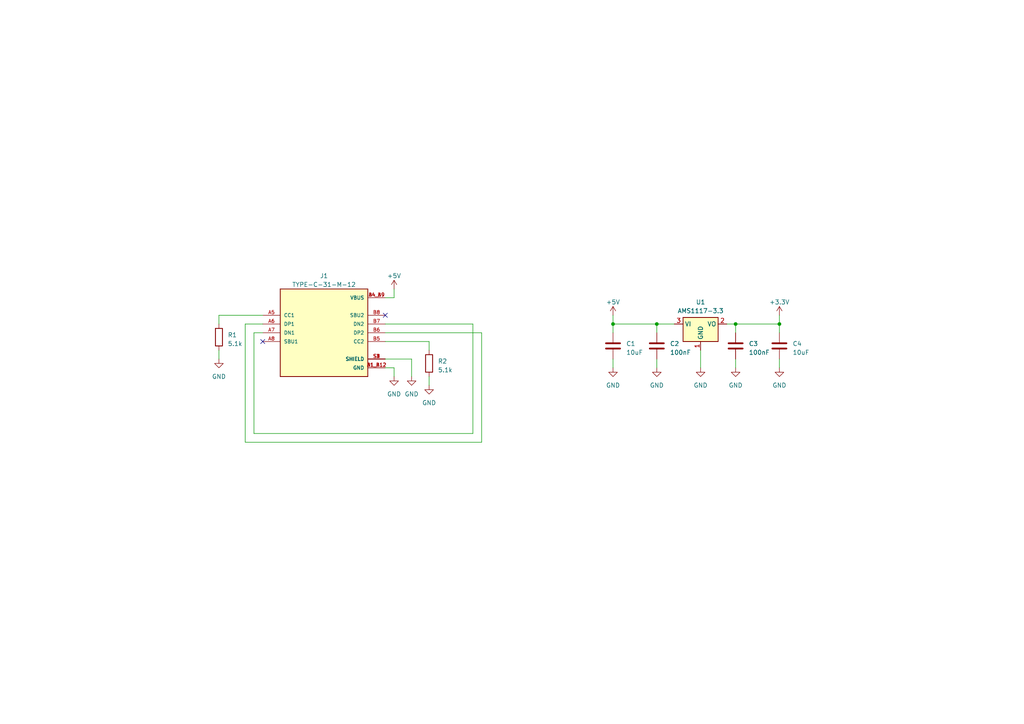
<source format=kicad_sch>
(kicad_sch (version 20230121) (generator eeschema)

  (uuid 40ab77a9-2b9a-44e1-be7b-2a99a31b9677)

  (paper "A4")

  (title_block
    (title "ISSptr")
    (date "July 2024")
    (rev "v1")
  )

  (lib_symbols
    (symbol "Device:C" (pin_numbers hide) (pin_names (offset 0.254)) (in_bom yes) (on_board yes)
      (property "Reference" "C" (at 0.635 2.54 0)
        (effects (font (size 1.27 1.27)) (justify left))
      )
      (property "Value" "C" (at 0.635 -2.54 0)
        (effects (font (size 1.27 1.27)) (justify left))
      )
      (property "Footprint" "" (at 0.9652 -3.81 0)
        (effects (font (size 1.27 1.27)) hide)
      )
      (property "Datasheet" "~" (at 0 0 0)
        (effects (font (size 1.27 1.27)) hide)
      )
      (property "ki_keywords" "cap capacitor" (at 0 0 0)
        (effects (font (size 1.27 1.27)) hide)
      )
      (property "ki_description" "Unpolarized capacitor" (at 0 0 0)
        (effects (font (size 1.27 1.27)) hide)
      )
      (property "ki_fp_filters" "C_*" (at 0 0 0)
        (effects (font (size 1.27 1.27)) hide)
      )
      (symbol "C_0_1"
        (polyline
          (pts
            (xy -2.032 -0.762)
            (xy 2.032 -0.762)
          )
          (stroke (width 0.508) (type default))
          (fill (type none))
        )
        (polyline
          (pts
            (xy -2.032 0.762)
            (xy 2.032 0.762)
          )
          (stroke (width 0.508) (type default))
          (fill (type none))
        )
      )
      (symbol "C_1_1"
        (pin passive line (at 0 3.81 270) (length 2.794)
          (name "~" (effects (font (size 1.27 1.27))))
          (number "1" (effects (font (size 1.27 1.27))))
        )
        (pin passive line (at 0 -3.81 90) (length 2.794)
          (name "~" (effects (font (size 1.27 1.27))))
          (number "2" (effects (font (size 1.27 1.27))))
        )
      )
    )
    (symbol "Device:R" (pin_numbers hide) (pin_names (offset 0)) (in_bom yes) (on_board yes)
      (property "Reference" "R" (at 2.032 0 90)
        (effects (font (size 1.27 1.27)))
      )
      (property "Value" "R" (at 0 0 90)
        (effects (font (size 1.27 1.27)))
      )
      (property "Footprint" "" (at -1.778 0 90)
        (effects (font (size 1.27 1.27)) hide)
      )
      (property "Datasheet" "~" (at 0 0 0)
        (effects (font (size 1.27 1.27)) hide)
      )
      (property "ki_keywords" "R res resistor" (at 0 0 0)
        (effects (font (size 1.27 1.27)) hide)
      )
      (property "ki_description" "Resistor" (at 0 0 0)
        (effects (font (size 1.27 1.27)) hide)
      )
      (property "ki_fp_filters" "R_*" (at 0 0 0)
        (effects (font (size 1.27 1.27)) hide)
      )
      (symbol "R_0_1"
        (rectangle (start -1.016 -2.54) (end 1.016 2.54)
          (stroke (width 0.254) (type default))
          (fill (type none))
        )
      )
      (symbol "R_1_1"
        (pin passive line (at 0 3.81 270) (length 1.27)
          (name "~" (effects (font (size 1.27 1.27))))
          (number "1" (effects (font (size 1.27 1.27))))
        )
        (pin passive line (at 0 -3.81 90) (length 1.27)
          (name "~" (effects (font (size 1.27 1.27))))
          (number "2" (effects (font (size 1.27 1.27))))
        )
      )
    )
    (symbol "Regulator_Linear:AMS1117-3.3" (in_bom yes) (on_board yes)
      (property "Reference" "U" (at -3.81 3.175 0)
        (effects (font (size 1.27 1.27)))
      )
      (property "Value" "AMS1117-3.3" (at 0 3.175 0)
        (effects (font (size 1.27 1.27)) (justify left))
      )
      (property "Footprint" "Package_TO_SOT_SMD:SOT-223-3_TabPin2" (at 0 5.08 0)
        (effects (font (size 1.27 1.27)) hide)
      )
      (property "Datasheet" "http://www.advanced-monolithic.com/pdf/ds1117.pdf" (at 2.54 -6.35 0)
        (effects (font (size 1.27 1.27)) hide)
      )
      (property "ki_keywords" "linear regulator ldo fixed positive" (at 0 0 0)
        (effects (font (size 1.27 1.27)) hide)
      )
      (property "ki_description" "1A Low Dropout regulator, positive, 3.3V fixed output, SOT-223" (at 0 0 0)
        (effects (font (size 1.27 1.27)) hide)
      )
      (property "ki_fp_filters" "SOT?223*TabPin2*" (at 0 0 0)
        (effects (font (size 1.27 1.27)) hide)
      )
      (symbol "AMS1117-3.3_0_1"
        (rectangle (start -5.08 -5.08) (end 5.08 1.905)
          (stroke (width 0.254) (type default))
          (fill (type background))
        )
      )
      (symbol "AMS1117-3.3_1_1"
        (pin power_in line (at 0 -7.62 90) (length 2.54)
          (name "GND" (effects (font (size 1.27 1.27))))
          (number "1" (effects (font (size 1.27 1.27))))
        )
        (pin power_out line (at 7.62 0 180) (length 2.54)
          (name "VO" (effects (font (size 1.27 1.27))))
          (number "2" (effects (font (size 1.27 1.27))))
        )
        (pin power_in line (at -7.62 0 0) (length 2.54)
          (name "VI" (effects (font (size 1.27 1.27))))
          (number "3" (effects (font (size 1.27 1.27))))
        )
      )
    )
    (symbol "TYPE-C-31-M-12:TYPE-C-31-M-12" (pin_names (offset 1.016)) (in_bom yes) (on_board yes)
      (property "Reference" "J" (at -12.7 13.462 0)
        (effects (font (size 1.27 1.27)) (justify left bottom))
      )
      (property "Value" "TYPE-C-31-M-12" (at -12.7 -13.462 0)
        (effects (font (size 1.27 1.27)) (justify left top))
      )
      (property "Footprint" "TYPE-C-31-M-12:HRO_TYPE-C-31-M-12" (at 0 0 0)
        (effects (font (size 1.27 1.27)) (justify bottom) hide)
      )
      (property "Datasheet" "" (at 0 0 0)
        (effects (font (size 1.27 1.27)) hide)
      )
      (property "MF" "HRO Electronics Co., Ltd." (at 0 0 0)
        (effects (font (size 1.27 1.27)) (justify bottom) hide)
      )
      (property "MAXIMUM_PACKAGE_HEIGHT" "3.26 mm" (at 0 0 0)
        (effects (font (size 1.27 1.27)) (justify bottom) hide)
      )
      (property "Package" "Package" (at 0 0 0)
        (effects (font (size 1.27 1.27)) (justify bottom) hide)
      )
      (property "Price" "None" (at 0 0 0)
        (effects (font (size 1.27 1.27)) (justify bottom) hide)
      )
      (property "Check_prices" "https://www.snapeda.com/parts/TYPE-C-31-M-12/HRO+Electronics+Co.%252C+Ltd./view-part/?ref=eda" (at 0 0 0)
        (effects (font (size 1.27 1.27)) (justify bottom) hide)
      )
      (property "STANDARD" "Manufacturer Recommendations" (at 0 0 0)
        (effects (font (size 1.27 1.27)) (justify bottom) hide)
      )
      (property "PARTREV" "2020.12.08" (at 0 0 0)
        (effects (font (size 1.27 1.27)) (justify bottom) hide)
      )
      (property "SnapEDA_Link" "https://www.snapeda.com/parts/TYPE-C-31-M-12/HRO+Electronics+Co.%252C+Ltd./view-part/?ref=snap" (at 0 0 0)
        (effects (font (size 1.27 1.27)) (justify bottom) hide)
      )
      (property "MP" "TYPE-C-31-M-12" (at 0 0 0)
        (effects (font (size 1.27 1.27)) (justify bottom) hide)
      )
      (property "Description" "\nUSB Connectors 24 Receptacle 1 8.94*7.3mm RoHS\n" (at 0 0 0)
        (effects (font (size 1.27 1.27)) (justify bottom) hide)
      )
      (property "SNAPEDA_PN" "TYPE-C-31-M-12" (at 0 0 0)
        (effects (font (size 1.27 1.27)) (justify bottom) hide)
      )
      (property "Availability" "Not in stock" (at 0 0 0)
        (effects (font (size 1.27 1.27)) (justify bottom) hide)
      )
      (property "MANUFACTURER" "HRO Electronics Co., Ltd." (at 0 0 0)
        (effects (font (size 1.27 1.27)) (justify bottom) hide)
      )
      (symbol "TYPE-C-31-M-12_0_0"
        (rectangle (start -12.7 -12.7) (end 12.7 12.7)
          (stroke (width 0.254) (type default))
          (fill (type background))
        )
        (pin power_in line (at 17.78 -10.16 180) (length 5.08)
          (name "GND" (effects (font (size 1.016 1.016))))
          (number "A1_B12" (effects (font (size 1.016 1.016))))
        )
        (pin power_in line (at 17.78 10.16 180) (length 5.08)
          (name "VBUS" (effects (font (size 1.016 1.016))))
          (number "A4_B9" (effects (font (size 1.016 1.016))))
        )
        (pin bidirectional line (at -17.78 5.08 0) (length 5.08)
          (name "CC1" (effects (font (size 1.016 1.016))))
          (number "A5" (effects (font (size 1.016 1.016))))
        )
        (pin bidirectional line (at -17.78 2.54 0) (length 5.08)
          (name "DP1" (effects (font (size 1.016 1.016))))
          (number "A6" (effects (font (size 1.016 1.016))))
        )
        (pin bidirectional line (at -17.78 0 0) (length 5.08)
          (name "DN1" (effects (font (size 1.016 1.016))))
          (number "A7" (effects (font (size 1.016 1.016))))
        )
        (pin bidirectional line (at -17.78 -2.54 0) (length 5.08)
          (name "SBU1" (effects (font (size 1.016 1.016))))
          (number "A8" (effects (font (size 1.016 1.016))))
        )
        (pin power_in line (at 17.78 -10.16 180) (length 5.08)
          (name "GND" (effects (font (size 1.016 1.016))))
          (number "B1_A12" (effects (font (size 1.016 1.016))))
        )
        (pin power_in line (at 17.78 10.16 180) (length 5.08)
          (name "VBUS" (effects (font (size 1.016 1.016))))
          (number "B4_A9" (effects (font (size 1.016 1.016))))
        )
        (pin bidirectional line (at 17.78 -2.54 180) (length 5.08)
          (name "CC2" (effects (font (size 1.016 1.016))))
          (number "B5" (effects (font (size 1.016 1.016))))
        )
        (pin bidirectional line (at 17.78 0 180) (length 5.08)
          (name "DP2" (effects (font (size 1.016 1.016))))
          (number "B6" (effects (font (size 1.016 1.016))))
        )
        (pin bidirectional line (at 17.78 2.54 180) (length 5.08)
          (name "DN2" (effects (font (size 1.016 1.016))))
          (number "B7" (effects (font (size 1.016 1.016))))
        )
        (pin bidirectional line (at 17.78 5.08 180) (length 5.08)
          (name "SBU2" (effects (font (size 1.016 1.016))))
          (number "B8" (effects (font (size 1.016 1.016))))
        )
        (pin passive line (at 17.78 -7.62 180) (length 5.08)
          (name "SHIELD" (effects (font (size 1.016 1.016))))
          (number "S1" (effects (font (size 1.016 1.016))))
        )
        (pin passive line (at 17.78 -7.62 180) (length 5.08)
          (name "SHIELD" (effects (font (size 1.016 1.016))))
          (number "S2" (effects (font (size 1.016 1.016))))
        )
        (pin passive line (at 17.78 -7.62 180) (length 5.08)
          (name "SHIELD" (effects (font (size 1.016 1.016))))
          (number "S3" (effects (font (size 1.016 1.016))))
        )
        (pin passive line (at 17.78 -7.62 180) (length 5.08)
          (name "SHIELD" (effects (font (size 1.016 1.016))))
          (number "S4" (effects (font (size 1.016 1.016))))
        )
      )
    )
    (symbol "power:+3.3V" (power) (pin_names (offset 0)) (in_bom yes) (on_board yes)
      (property "Reference" "#PWR" (at 0 -3.81 0)
        (effects (font (size 1.27 1.27)) hide)
      )
      (property "Value" "+3.3V" (at 0 3.556 0)
        (effects (font (size 1.27 1.27)))
      )
      (property "Footprint" "" (at 0 0 0)
        (effects (font (size 1.27 1.27)) hide)
      )
      (property "Datasheet" "" (at 0 0 0)
        (effects (font (size 1.27 1.27)) hide)
      )
      (property "ki_keywords" "global power" (at 0 0 0)
        (effects (font (size 1.27 1.27)) hide)
      )
      (property "ki_description" "Power symbol creates a global label with name \"+3.3V\"" (at 0 0 0)
        (effects (font (size 1.27 1.27)) hide)
      )
      (symbol "+3.3V_0_1"
        (polyline
          (pts
            (xy -0.762 1.27)
            (xy 0 2.54)
          )
          (stroke (width 0) (type default))
          (fill (type none))
        )
        (polyline
          (pts
            (xy 0 0)
            (xy 0 2.54)
          )
          (stroke (width 0) (type default))
          (fill (type none))
        )
        (polyline
          (pts
            (xy 0 2.54)
            (xy 0.762 1.27)
          )
          (stroke (width 0) (type default))
          (fill (type none))
        )
      )
      (symbol "+3.3V_1_1"
        (pin power_in line (at 0 0 90) (length 0) hide
          (name "+3.3V" (effects (font (size 1.27 1.27))))
          (number "1" (effects (font (size 1.27 1.27))))
        )
      )
    )
    (symbol "power:+5V" (power) (pin_names (offset 0)) (in_bom yes) (on_board yes)
      (property "Reference" "#PWR" (at 0 -3.81 0)
        (effects (font (size 1.27 1.27)) hide)
      )
      (property "Value" "+5V" (at 0 3.556 0)
        (effects (font (size 1.27 1.27)))
      )
      (property "Footprint" "" (at 0 0 0)
        (effects (font (size 1.27 1.27)) hide)
      )
      (property "Datasheet" "" (at 0 0 0)
        (effects (font (size 1.27 1.27)) hide)
      )
      (property "ki_keywords" "global power" (at 0 0 0)
        (effects (font (size 1.27 1.27)) hide)
      )
      (property "ki_description" "Power symbol creates a global label with name \"+5V\"" (at 0 0 0)
        (effects (font (size 1.27 1.27)) hide)
      )
      (symbol "+5V_0_1"
        (polyline
          (pts
            (xy -0.762 1.27)
            (xy 0 2.54)
          )
          (stroke (width 0) (type default))
          (fill (type none))
        )
        (polyline
          (pts
            (xy 0 0)
            (xy 0 2.54)
          )
          (stroke (width 0) (type default))
          (fill (type none))
        )
        (polyline
          (pts
            (xy 0 2.54)
            (xy 0.762 1.27)
          )
          (stroke (width 0) (type default))
          (fill (type none))
        )
      )
      (symbol "+5V_1_1"
        (pin power_in line (at 0 0 90) (length 0) hide
          (name "+5V" (effects (font (size 1.27 1.27))))
          (number "1" (effects (font (size 1.27 1.27))))
        )
      )
    )
    (symbol "power:GND" (power) (pin_names (offset 0)) (in_bom yes) (on_board yes)
      (property "Reference" "#PWR" (at 0 -6.35 0)
        (effects (font (size 1.27 1.27)) hide)
      )
      (property "Value" "GND" (at 0 -3.81 0)
        (effects (font (size 1.27 1.27)))
      )
      (property "Footprint" "" (at 0 0 0)
        (effects (font (size 1.27 1.27)) hide)
      )
      (property "Datasheet" "" (at 0 0 0)
        (effects (font (size 1.27 1.27)) hide)
      )
      (property "ki_keywords" "global power" (at 0 0 0)
        (effects (font (size 1.27 1.27)) hide)
      )
      (property "ki_description" "Power symbol creates a global label with name \"GND\" , ground" (at 0 0 0)
        (effects (font (size 1.27 1.27)) hide)
      )
      (symbol "GND_0_1"
        (polyline
          (pts
            (xy 0 0)
            (xy 0 -1.27)
            (xy 1.27 -1.27)
            (xy 0 -2.54)
            (xy -1.27 -1.27)
            (xy 0 -1.27)
          )
          (stroke (width 0) (type default))
          (fill (type none))
        )
      )
      (symbol "GND_1_1"
        (pin power_in line (at 0 0 270) (length 0) hide
          (name "GND" (effects (font (size 1.27 1.27))))
          (number "1" (effects (font (size 1.27 1.27))))
        )
      )
    )
  )

  (junction (at 177.8 93.98) (diameter 0) (color 0 0 0 0)
    (uuid 08dceb35-17e7-4c90-af4c-eecdfd4b75a1)
  )
  (junction (at 226.06 93.98) (diameter 0) (color 0 0 0 0)
    (uuid 37091902-ca83-4545-bb25-5ab13d7274ef)
  )
  (junction (at 190.5 93.98) (diameter 0) (color 0 0 0 0)
    (uuid 5dd7e839-88de-4aee-95d4-060fa879bfb5)
  )
  (junction (at 213.36 93.98) (diameter 0) (color 0 0 0 0)
    (uuid d055e24f-8df1-4942-971d-72ea67a5d623)
  )

  (no_connect (at 111.76 91.44) (uuid 4c0c7d5a-35cf-4495-9490-330727ec14ca))
  (no_connect (at 76.2 99.06) (uuid a642d0bf-4143-429a-9142-9d657faf13f8))

  (wire (pts (xy 190.5 93.98) (xy 190.5 96.52))
    (stroke (width 0) (type default))
    (uuid 0036b7d6-9e6d-4c64-9030-abd6917e6b12)
  )
  (wire (pts (xy 177.8 104.14) (xy 177.8 106.68))
    (stroke (width 0) (type default))
    (uuid 019b2ef9-1c32-407d-9fc0-50404dea8cf8)
  )
  (wire (pts (xy 190.5 93.98) (xy 195.58 93.98))
    (stroke (width 0) (type default))
    (uuid 0cdafbfe-fd71-42f8-9b67-c4b510abd72d)
  )
  (wire (pts (xy 137.16 125.73) (xy 73.66 125.73))
    (stroke (width 0) (type default))
    (uuid 0ee67a79-cd5f-4359-ab9b-cc972597ecee)
  )
  (wire (pts (xy 124.46 109.22) (xy 124.46 111.76))
    (stroke (width 0) (type default))
    (uuid 15aac41b-6544-46c4-a92c-b4624742d447)
  )
  (wire (pts (xy 213.36 93.98) (xy 213.36 96.52))
    (stroke (width 0) (type default))
    (uuid 17225a69-6b33-427c-9ecf-634efc6eb19e)
  )
  (wire (pts (xy 190.5 104.14) (xy 190.5 106.68))
    (stroke (width 0) (type default))
    (uuid 1a1a08d8-a0ea-48c4-a912-e26b4d7b3030)
  )
  (wire (pts (xy 139.7 96.52) (xy 111.76 96.52))
    (stroke (width 0) (type default))
    (uuid 35ba530e-dde2-4035-9c6c-6073f6a31f24)
  )
  (wire (pts (xy 177.8 96.52) (xy 177.8 93.98))
    (stroke (width 0) (type default))
    (uuid 388d4860-5acd-4945-a017-fdf82ea319d0)
  )
  (wire (pts (xy 226.06 91.44) (xy 226.06 93.98))
    (stroke (width 0) (type default))
    (uuid 4617e128-a52d-4770-95be-2c28af190986)
  )
  (wire (pts (xy 76.2 93.98) (xy 71.12 93.98))
    (stroke (width 0) (type default))
    (uuid 498983a5-b208-4a68-b350-cafbde51b880)
  )
  (wire (pts (xy 119.38 104.14) (xy 111.76 104.14))
    (stroke (width 0) (type default))
    (uuid 4fa2c413-05d8-411b-8afe-a7e3d0a405c6)
  )
  (wire (pts (xy 177.8 93.98) (xy 190.5 93.98))
    (stroke (width 0) (type default))
    (uuid 5399b3cc-6947-4a76-a0df-042708a6b892)
  )
  (wire (pts (xy 73.66 125.73) (xy 73.66 96.52))
    (stroke (width 0) (type default))
    (uuid 53dae533-b677-4932-96c4-1a9a9dabf22a)
  )
  (wire (pts (xy 73.66 96.52) (xy 76.2 96.52))
    (stroke (width 0) (type default))
    (uuid 5b99ecde-e10f-4807-aac0-4dea8ba8535b)
  )
  (wire (pts (xy 111.76 93.98) (xy 137.16 93.98))
    (stroke (width 0) (type default))
    (uuid 66b99a77-7b2b-4234-98b4-fcbda65b0bb7)
  )
  (wire (pts (xy 114.3 86.36) (xy 111.76 86.36))
    (stroke (width 0) (type default))
    (uuid 6cdb0616-4b56-4b78-ab9d-bc92ccd261ca)
  )
  (wire (pts (xy 203.2 101.6) (xy 203.2 106.68))
    (stroke (width 0) (type default))
    (uuid 6fa1d50d-0404-4f03-ab52-e75cfeb0f84f)
  )
  (wire (pts (xy 226.06 104.14) (xy 226.06 106.68))
    (stroke (width 0) (type default))
    (uuid 73c0f72a-9900-4665-b39a-9d248d974965)
  )
  (wire (pts (xy 71.12 93.98) (xy 71.12 128.27))
    (stroke (width 0) (type default))
    (uuid 7629a5b5-936f-47c4-a7ad-63972f29d65e)
  )
  (wire (pts (xy 71.12 128.27) (xy 139.7 128.27))
    (stroke (width 0) (type default))
    (uuid 806bab6a-c9bc-48b3-ae64-b0ffe605b06e)
  )
  (wire (pts (xy 114.3 106.68) (xy 111.76 106.68))
    (stroke (width 0) (type default))
    (uuid 86d37a68-1803-47d7-9738-d33746147852)
  )
  (wire (pts (xy 114.3 83.82) (xy 114.3 86.36))
    (stroke (width 0) (type default))
    (uuid 86e4aa3e-cb35-472e-85d6-c23feedfef3c)
  )
  (wire (pts (xy 226.06 96.52) (xy 226.06 93.98))
    (stroke (width 0) (type default))
    (uuid 9561eb79-7f0d-4f17-b493-e790538687c6)
  )
  (wire (pts (xy 213.36 104.14) (xy 213.36 106.68))
    (stroke (width 0) (type default))
    (uuid 95b0680a-6eee-426e-a346-c2f8284436a1)
  )
  (wire (pts (xy 63.5 101.6) (xy 63.5 104.14))
    (stroke (width 0) (type default))
    (uuid 9cbdc48d-7695-4b67-8e28-44e69a1137c7)
  )
  (wire (pts (xy 226.06 93.98) (xy 213.36 93.98))
    (stroke (width 0) (type default))
    (uuid 9e381a9c-e2b5-477f-bac7-d8bd003d97ac)
  )
  (wire (pts (xy 139.7 128.27) (xy 139.7 96.52))
    (stroke (width 0) (type default))
    (uuid 9f700861-2dc9-45c3-940b-38e5cf3e85cc)
  )
  (wire (pts (xy 213.36 93.98) (xy 210.82 93.98))
    (stroke (width 0) (type default))
    (uuid a6f3b6e4-0733-44b7-8ba4-420ffad0182a)
  )
  (wire (pts (xy 63.5 91.44) (xy 63.5 93.98))
    (stroke (width 0) (type default))
    (uuid b1e9025e-7620-458f-90f6-b53bbad09ac1)
  )
  (wire (pts (xy 119.38 109.22) (xy 119.38 104.14))
    (stroke (width 0) (type default))
    (uuid b6ad3498-bff8-4517-b39d-8657bd222b74)
  )
  (wire (pts (xy 137.16 93.98) (xy 137.16 125.73))
    (stroke (width 0) (type default))
    (uuid b8bb1967-bbab-4e85-a79c-ba5b184c9b32)
  )
  (wire (pts (xy 124.46 99.06) (xy 111.76 99.06))
    (stroke (width 0) (type default))
    (uuid c54c1ff0-5700-4ce8-a6d9-05769eaa41fd)
  )
  (wire (pts (xy 124.46 101.6) (xy 124.46 99.06))
    (stroke (width 0) (type default))
    (uuid d3eaddc5-510a-4e4a-8dd3-e6e1d177323d)
  )
  (wire (pts (xy 76.2 91.44) (xy 63.5 91.44))
    (stroke (width 0) (type default))
    (uuid eb1e2b32-7a49-4ade-85e8-380373d3eff2)
  )
  (wire (pts (xy 114.3 109.22) (xy 114.3 106.68))
    (stroke (width 0) (type default))
    (uuid ed5a677c-27e8-41c7-a049-b551841594e6)
  )
  (wire (pts (xy 177.8 91.44) (xy 177.8 93.98))
    (stroke (width 0) (type default))
    (uuid ffcbbd29-726b-4111-8802-0797767ceecc)
  )

  (symbol (lib_id "Device:C") (at 190.5 100.33 0) (unit 1)
    (in_bom yes) (on_board yes) (dnp no) (fields_autoplaced)
    (uuid 02c91b38-2b51-4418-9b09-d25dd90a2b4a)
    (property "Reference" "C2" (at 194.31 99.695 0)
      (effects (font (size 1.27 1.27)) (justify left))
    )
    (property "Value" "100nF" (at 194.31 102.235 0)
      (effects (font (size 1.27 1.27)) (justify left))
    )
    (property "Footprint" "Capacitor_SMD:C_0603_1608Metric" (at 191.4652 104.14 0)
      (effects (font (size 1.27 1.27)) hide)
    )
    (property "Datasheet" "~" (at 190.5 100.33 0)
      (effects (font (size 1.27 1.27)) hide)
    )
    (property "LCSC" "C1591" (at 190.5 100.33 0)
      (effects (font (size 1.27 1.27)) hide)
    )
    (pin "1" (uuid f2b9dea1-667d-47ff-a462-f7d74d7c7e24))
    (pin "2" (uuid e7befde5-060f-4ffd-b66b-eafd2b7151bf))
    (instances
      (project "ISSptr"
        (path "/c978750c-b285-44b2-8d41-37a456977bcd/dcaee2ef-54e3-49e6-b4b9-4c41b518fa80"
          (reference "C2") (unit 1)
        )
      )
    )
  )

  (symbol (lib_id "power:+3.3V") (at 226.06 91.44 0) (unit 1)
    (in_bom yes) (on_board yes) (dnp no) (fields_autoplaced)
    (uuid 092b0237-780f-4837-8fef-005b290c0f1a)
    (property "Reference" "#PWR012" (at 226.06 95.25 0)
      (effects (font (size 1.27 1.27)) hide)
    )
    (property "Value" "+3.3V" (at 226.06 87.63 0)
      (effects (font (size 1.27 1.27)))
    )
    (property "Footprint" "" (at 226.06 91.44 0)
      (effects (font (size 1.27 1.27)) hide)
    )
    (property "Datasheet" "" (at 226.06 91.44 0)
      (effects (font (size 1.27 1.27)) hide)
    )
    (pin "1" (uuid 93a1704e-2672-48d2-ad66-b3324c68cabf))
    (instances
      (project "ISSptr"
        (path "/c978750c-b285-44b2-8d41-37a456977bcd/dcaee2ef-54e3-49e6-b4b9-4c41b518fa80"
          (reference "#PWR012") (unit 1)
        )
      )
    )
  )

  (symbol (lib_id "Device:R") (at 124.46 105.41 0) (unit 1)
    (in_bom yes) (on_board yes) (dnp no) (fields_autoplaced)
    (uuid 0ad98478-f8af-4e14-beea-7fa4533a6a41)
    (property "Reference" "R2" (at 127 104.775 0)
      (effects (font (size 1.27 1.27)) (justify left))
    )
    (property "Value" "5.1k" (at 127 107.315 0)
      (effects (font (size 1.27 1.27)) (justify left))
    )
    (property "Footprint" "Resistor_SMD:R_0603_1608Metric" (at 122.682 105.41 90)
      (effects (font (size 1.27 1.27)) hide)
    )
    (property "Datasheet" "~" (at 124.46 105.41 0)
      (effects (font (size 1.27 1.27)) hide)
    )
    (property "LCSC" "C23186" (at 124.46 105.41 0)
      (effects (font (size 1.27 1.27)) hide)
    )
    (pin "1" (uuid 0d163084-c904-4705-8795-61a8d4083e14))
    (pin "2" (uuid de9e35a0-3d13-4cc9-951d-2a7357a863b7))
    (instances
      (project "ISSptr"
        (path "/c978750c-b285-44b2-8d41-37a456977bcd/dcaee2ef-54e3-49e6-b4b9-4c41b518fa80"
          (reference "R2") (unit 1)
        )
      )
    )
  )

  (symbol (lib_id "power:GND") (at 213.36 106.68 0) (unit 1)
    (in_bom yes) (on_board yes) (dnp no) (fields_autoplaced)
    (uuid 18147a9d-e3fa-48cf-9a0a-3067abaddd3e)
    (property "Reference" "#PWR010" (at 213.36 113.03 0)
      (effects (font (size 1.27 1.27)) hide)
    )
    (property "Value" "GND" (at 213.36 111.76 0)
      (effects (font (size 1.27 1.27)))
    )
    (property "Footprint" "" (at 213.36 106.68 0)
      (effects (font (size 1.27 1.27)) hide)
    )
    (property "Datasheet" "" (at 213.36 106.68 0)
      (effects (font (size 1.27 1.27)) hide)
    )
    (pin "1" (uuid 675fbf10-e3d1-4d52-be45-76e723fa93dc))
    (instances
      (project "ISSptr"
        (path "/c978750c-b285-44b2-8d41-37a456977bcd/dcaee2ef-54e3-49e6-b4b9-4c41b518fa80"
          (reference "#PWR010") (unit 1)
        )
      )
    )
  )

  (symbol (lib_id "power:+5V") (at 177.8 91.44 0) (unit 1)
    (in_bom yes) (on_board yes) (dnp no) (fields_autoplaced)
    (uuid 1dd57547-1c62-4b35-aaac-cbd4d47e8e1e)
    (property "Reference" "#PWR09" (at 177.8 95.25 0)
      (effects (font (size 1.27 1.27)) hide)
    )
    (property "Value" "+5V" (at 177.8 87.63 0)
      (effects (font (size 1.27 1.27)))
    )
    (property "Footprint" "" (at 177.8 91.44 0)
      (effects (font (size 1.27 1.27)) hide)
    )
    (property "Datasheet" "" (at 177.8 91.44 0)
      (effects (font (size 1.27 1.27)) hide)
    )
    (pin "1" (uuid 8f5f5d40-05e7-41af-97fd-282a75a102ec))
    (instances
      (project "ISSptr"
        (path "/c978750c-b285-44b2-8d41-37a456977bcd/dcaee2ef-54e3-49e6-b4b9-4c41b518fa80"
          (reference "#PWR09") (unit 1)
        )
      )
    )
  )

  (symbol (lib_id "power:GND") (at 177.8 106.68 0) (unit 1)
    (in_bom yes) (on_board yes) (dnp no) (fields_autoplaced)
    (uuid 4f69674d-b3ef-4db6-ae35-6031b21b8c70)
    (property "Reference" "#PWR08" (at 177.8 113.03 0)
      (effects (font (size 1.27 1.27)) hide)
    )
    (property "Value" "GND" (at 177.8 111.76 0)
      (effects (font (size 1.27 1.27)))
    )
    (property "Footprint" "" (at 177.8 106.68 0)
      (effects (font (size 1.27 1.27)) hide)
    )
    (property "Datasheet" "" (at 177.8 106.68 0)
      (effects (font (size 1.27 1.27)) hide)
    )
    (pin "1" (uuid 361f2de2-9509-4e97-a90b-239e94b1229c))
    (instances
      (project "ISSptr"
        (path "/c978750c-b285-44b2-8d41-37a456977bcd/dcaee2ef-54e3-49e6-b4b9-4c41b518fa80"
          (reference "#PWR08") (unit 1)
        )
      )
    )
  )

  (symbol (lib_id "power:GND") (at 190.5 106.68 0) (unit 1)
    (in_bom yes) (on_board yes) (dnp no) (fields_autoplaced)
    (uuid 5cc2e3d8-84d2-4a16-8c4d-3f733517bdf0)
    (property "Reference" "#PWR07" (at 190.5 113.03 0)
      (effects (font (size 1.27 1.27)) hide)
    )
    (property "Value" "GND" (at 190.5 111.76 0)
      (effects (font (size 1.27 1.27)))
    )
    (property "Footprint" "" (at 190.5 106.68 0)
      (effects (font (size 1.27 1.27)) hide)
    )
    (property "Datasheet" "" (at 190.5 106.68 0)
      (effects (font (size 1.27 1.27)) hide)
    )
    (pin "1" (uuid 94ffaa05-741d-4299-b702-ec88bb476e07))
    (instances
      (project "ISSptr"
        (path "/c978750c-b285-44b2-8d41-37a456977bcd/dcaee2ef-54e3-49e6-b4b9-4c41b518fa80"
          (reference "#PWR07") (unit 1)
        )
      )
    )
  )

  (symbol (lib_id "power:GND") (at 63.5 104.14 0) (unit 1)
    (in_bom yes) (on_board yes) (dnp no) (fields_autoplaced)
    (uuid 60cec6a4-6ca0-43c6-918a-70c8cc0ab27a)
    (property "Reference" "#PWR05" (at 63.5 110.49 0)
      (effects (font (size 1.27 1.27)) hide)
    )
    (property "Value" "GND" (at 63.5 109.22 0)
      (effects (font (size 1.27 1.27)))
    )
    (property "Footprint" "" (at 63.5 104.14 0)
      (effects (font (size 1.27 1.27)) hide)
    )
    (property "Datasheet" "" (at 63.5 104.14 0)
      (effects (font (size 1.27 1.27)) hide)
    )
    (pin "1" (uuid a3d8a91a-94f0-4109-8863-eb4d233288b5))
    (instances
      (project "ISSptr"
        (path "/c978750c-b285-44b2-8d41-37a456977bcd/dcaee2ef-54e3-49e6-b4b9-4c41b518fa80"
          (reference "#PWR05") (unit 1)
        )
      )
    )
  )

  (symbol (lib_id "Device:R") (at 63.5 97.79 0) (unit 1)
    (in_bom yes) (on_board yes) (dnp no) (fields_autoplaced)
    (uuid 6cc10c0f-0624-4869-beba-7660f009a811)
    (property "Reference" "R1" (at 66.04 97.155 0)
      (effects (font (size 1.27 1.27)) (justify left))
    )
    (property "Value" "5.1k" (at 66.04 99.695 0)
      (effects (font (size 1.27 1.27)) (justify left))
    )
    (property "Footprint" "Resistor_SMD:R_0603_1608Metric" (at 61.722 97.79 90)
      (effects (font (size 1.27 1.27)) hide)
    )
    (property "Datasheet" "~" (at 63.5 97.79 0)
      (effects (font (size 1.27 1.27)) hide)
    )
    (property "LCSC" "C23186" (at 63.5 97.79 0)
      (effects (font (size 1.27 1.27)) hide)
    )
    (pin "1" (uuid 0aaf9da4-25b9-40d8-9882-498f9afecfb7))
    (pin "2" (uuid e6b2acea-c665-439f-a24f-7b746f781a25))
    (instances
      (project "ISSptr"
        (path "/c978750c-b285-44b2-8d41-37a456977bcd/dcaee2ef-54e3-49e6-b4b9-4c41b518fa80"
          (reference "R1") (unit 1)
        )
      )
    )
  )

  (symbol (lib_id "power:GND") (at 119.38 109.22 0) (unit 1)
    (in_bom yes) (on_board yes) (dnp no) (fields_autoplaced)
    (uuid 76d567e2-7a96-4ee5-8b23-f93e9f5a751a)
    (property "Reference" "#PWR03" (at 119.38 115.57 0)
      (effects (font (size 1.27 1.27)) hide)
    )
    (property "Value" "GND" (at 119.38 114.3 0)
      (effects (font (size 1.27 1.27)))
    )
    (property "Footprint" "" (at 119.38 109.22 0)
      (effects (font (size 1.27 1.27)) hide)
    )
    (property "Datasheet" "" (at 119.38 109.22 0)
      (effects (font (size 1.27 1.27)) hide)
    )
    (pin "1" (uuid 84ae9836-e66a-4da6-aef3-b7fe4eaa514d))
    (instances
      (project "ISSptr"
        (path "/c978750c-b285-44b2-8d41-37a456977bcd/dcaee2ef-54e3-49e6-b4b9-4c41b518fa80"
          (reference "#PWR03") (unit 1)
        )
      )
    )
  )

  (symbol (lib_id "power:GND") (at 114.3 109.22 0) (unit 1)
    (in_bom yes) (on_board yes) (dnp no) (fields_autoplaced)
    (uuid 7ab40b8f-fa3e-4940-8a5f-3affb858d6b6)
    (property "Reference" "#PWR01" (at 114.3 115.57 0)
      (effects (font (size 1.27 1.27)) hide)
    )
    (property "Value" "GND" (at 114.3 114.3 0)
      (effects (font (size 1.27 1.27)))
    )
    (property "Footprint" "" (at 114.3 109.22 0)
      (effects (font (size 1.27 1.27)) hide)
    )
    (property "Datasheet" "" (at 114.3 109.22 0)
      (effects (font (size 1.27 1.27)) hide)
    )
    (pin "1" (uuid b41b23f9-684c-44f9-a207-b73cefd905f2))
    (instances
      (project "ISSptr"
        (path "/c978750c-b285-44b2-8d41-37a456977bcd/dcaee2ef-54e3-49e6-b4b9-4c41b518fa80"
          (reference "#PWR01") (unit 1)
        )
      )
    )
  )

  (symbol (lib_id "Regulator_Linear:AMS1117-3.3") (at 203.2 93.98 0) (unit 1)
    (in_bom yes) (on_board yes) (dnp no) (fields_autoplaced)
    (uuid 7ce80c8e-2e4e-4281-9db1-69fb2cca6968)
    (property "Reference" "U1" (at 203.2 87.63 0)
      (effects (font (size 1.27 1.27)))
    )
    (property "Value" "AMS1117-3.3" (at 203.2 90.17 0)
      (effects (font (size 1.27 1.27)))
    )
    (property "Footprint" "Package_TO_SOT_SMD:SOT-223-3_TabPin2" (at 203.2 88.9 0)
      (effects (font (size 1.27 1.27)) hide)
    )
    (property "Datasheet" "http://www.advanced-monolithic.com/pdf/ds1117.pdf" (at 205.74 100.33 0)
      (effects (font (size 1.27 1.27)) hide)
    )
    (property "LCSC" "C6186" (at 203.2 93.98 0)
      (effects (font (size 1.27 1.27)) hide)
    )
    (pin "1" (uuid 54cffa05-19b3-4b9b-a474-55f743852e1b))
    (pin "2" (uuid 0d1e922e-e18e-4395-ab0d-bf18fc7a7c81))
    (pin "3" (uuid 5746705a-76df-4ade-a416-967fa24711f2))
    (instances
      (project "ISSptr"
        (path "/c978750c-b285-44b2-8d41-37a456977bcd/dcaee2ef-54e3-49e6-b4b9-4c41b518fa80"
          (reference "U1") (unit 1)
        )
      )
    )
  )

  (symbol (lib_id "power:GND") (at 124.46 111.76 0) (unit 1)
    (in_bom yes) (on_board yes) (dnp no) (fields_autoplaced)
    (uuid 8092433a-94ee-4856-a2ea-5d7e36379894)
    (property "Reference" "#PWR04" (at 124.46 118.11 0)
      (effects (font (size 1.27 1.27)) hide)
    )
    (property "Value" "GND" (at 124.46 116.84 0)
      (effects (font (size 1.27 1.27)))
    )
    (property "Footprint" "" (at 124.46 111.76 0)
      (effects (font (size 1.27 1.27)) hide)
    )
    (property "Datasheet" "" (at 124.46 111.76 0)
      (effects (font (size 1.27 1.27)) hide)
    )
    (pin "1" (uuid 747e6308-652a-49af-99aa-95a18a9263f8))
    (instances
      (project "ISSptr"
        (path "/c978750c-b285-44b2-8d41-37a456977bcd/dcaee2ef-54e3-49e6-b4b9-4c41b518fa80"
          (reference "#PWR04") (unit 1)
        )
      )
    )
  )

  (symbol (lib_id "TYPE-C-31-M-12:TYPE-C-31-M-12") (at 93.98 96.52 0) (unit 1)
    (in_bom yes) (on_board yes) (dnp no) (fields_autoplaced)
    (uuid 964d25c2-d3a8-4dbd-8eb3-7d2754584fd3)
    (property "Reference" "J1" (at 93.98 80.01 0)
      (effects (font (size 1.27 1.27)))
    )
    (property "Value" "TYPE-C-31-M-12" (at 93.98 82.55 0)
      (effects (font (size 1.27 1.27)))
    )
    (property "Footprint" "TYPE-C-31-M-12:HRO_TYPE-C-31-M-12" (at 93.98 96.52 0)
      (effects (font (size 1.27 1.27)) (justify bottom) hide)
    )
    (property "Datasheet" "" (at 93.98 96.52 0)
      (effects (font (size 1.27 1.27)) hide)
    )
    (property "MF" "HRO Electronics Co., Ltd." (at 93.98 96.52 0)
      (effects (font (size 1.27 1.27)) (justify bottom) hide)
    )
    (property "MAXIMUM_PACKAGE_HEIGHT" "3.26 mm" (at 93.98 96.52 0)
      (effects (font (size 1.27 1.27)) (justify bottom) hide)
    )
    (property "Package" "Package" (at 93.98 96.52 0)
      (effects (font (size 1.27 1.27)) (justify bottom) hide)
    )
    (property "Price" "None" (at 93.98 96.52 0)
      (effects (font (size 1.27 1.27)) (justify bottom) hide)
    )
    (property "Check_prices" "https://www.snapeda.com/parts/TYPE-C-31-M-12/HRO+Electronics+Co.%252C+Ltd./view-part/?ref=eda" (at 93.98 96.52 0)
      (effects (font (size 1.27 1.27)) (justify bottom) hide)
    )
    (property "STANDARD" "Manufacturer Recommendations" (at 93.98 96.52 0)
      (effects (font (size 1.27 1.27)) (justify bottom) hide)
    )
    (property "PARTREV" "2020.12.08" (at 93.98 96.52 0)
      (effects (font (size 1.27 1.27)) (justify bottom) hide)
    )
    (property "SnapEDA_Link" "https://www.snapeda.com/parts/TYPE-C-31-M-12/HRO+Electronics+Co.%252C+Ltd./view-part/?ref=snap" (at 93.98 96.52 0)
      (effects (font (size 1.27 1.27)) (justify bottom) hide)
    )
    (property "MP" "TYPE-C-31-M-12" (at 93.98 96.52 0)
      (effects (font (size 1.27 1.27)) (justify bottom) hide)
    )
    (property "Description" "\nUSB Connectors 24 Receptacle 1 8.94*7.3mm RoHS\n" (at 93.98 96.52 0)
      (effects (font (size 1.27 1.27)) (justify bottom) hide)
    )
    (property "SNAPEDA_PN" "TYPE-C-31-M-12" (at 93.98 96.52 0)
      (effects (font (size 1.27 1.27)) (justify bottom) hide)
    )
    (property "Availability" "Not in stock" (at 93.98 96.52 0)
      (effects (font (size 1.27 1.27)) (justify bottom) hide)
    )
    (property "MANUFACTURER" "HRO Electronics Co., Ltd." (at 93.98 96.52 0)
      (effects (font (size 1.27 1.27)) (justify bottom) hide)
    )
    (property "LCSC" "C165948" (at 93.98 96.52 0)
      (effects (font (size 1.27 1.27)) hide)
    )
    (pin "A1_B12" (uuid acd3454f-3623-403b-8576-92abd21e0fc6))
    (pin "A4_B9" (uuid 500bacf5-0213-45c2-86dc-740ed8fe03f6))
    (pin "A5" (uuid 62733891-95d2-43ea-8625-bde99b1bcd97))
    (pin "A6" (uuid 6467ac82-bb06-467a-8494-4ada3b727c89))
    (pin "A7" (uuid a0a71ddb-8a8e-46be-b083-f88c460f627a))
    (pin "A8" (uuid ae5295ed-a3b6-4b2d-ad13-7c1533f36994))
    (pin "B1_A12" (uuid 1b908917-01e4-40eb-b435-2b5c5d47f081))
    (pin "B4_A9" (uuid 34d88af5-4d54-447c-aa6c-b96199eb29b6))
    (pin "B5" (uuid fdcb9376-7deb-48ed-860a-1d3fc9b86d26))
    (pin "B6" (uuid 72436061-f5c2-4dd9-bd5c-cead5756a907))
    (pin "B7" (uuid bb42e88d-67f8-404b-b922-0c31ac8e5b9f))
    (pin "B8" (uuid 8f1986f0-2f82-4514-aaef-2b187a1de35f))
    (pin "S1" (uuid e158ca7d-c353-4cec-9b01-e68d8452525f))
    (pin "S2" (uuid efac596d-06e4-4e76-94dc-4407cb07ea43))
    (pin "S3" (uuid 05c4de0e-9af7-4ac8-a575-9cff706b8e1d))
    (pin "S4" (uuid 8423899e-0a72-453c-8dc4-1abc434bd24c))
    (instances
      (project "ISSptr"
        (path "/c978750c-b285-44b2-8d41-37a456977bcd/dcaee2ef-54e3-49e6-b4b9-4c41b518fa80"
          (reference "J1") (unit 1)
        )
      )
    )
  )

  (symbol (lib_id "Device:C") (at 226.06 100.33 0) (unit 1)
    (in_bom yes) (on_board yes) (dnp no) (fields_autoplaced)
    (uuid a87dd56d-24a9-403d-b401-533437169b79)
    (property "Reference" "C4" (at 229.87 99.695 0)
      (effects (font (size 1.27 1.27)) (justify left))
    )
    (property "Value" "10uF" (at 229.87 102.235 0)
      (effects (font (size 1.27 1.27)) (justify left))
    )
    (property "Footprint" "Capacitor_SMD:C_0603_1608Metric" (at 227.0252 104.14 0)
      (effects (font (size 1.27 1.27)) hide)
    )
    (property "Datasheet" "~" (at 226.06 100.33 0)
      (effects (font (size 1.27 1.27)) hide)
    )
    (property "LCSC" "C19702" (at 226.06 100.33 0)
      (effects (font (size 1.27 1.27)) hide)
    )
    (pin "1" (uuid c12a314d-06de-43f7-9d32-ea6b0e564404))
    (pin "2" (uuid 7f7a69bf-c74d-45a2-acc0-187f659f8836))
    (instances
      (project "ISSptr"
        (path "/c978750c-b285-44b2-8d41-37a456977bcd/dcaee2ef-54e3-49e6-b4b9-4c41b518fa80"
          (reference "C4") (unit 1)
        )
      )
    )
  )

  (symbol (lib_id "power:GND") (at 203.2 106.68 0) (unit 1)
    (in_bom yes) (on_board yes) (dnp no) (fields_autoplaced)
    (uuid b75a064f-edbc-479f-845f-e5733f8e1e7a)
    (property "Reference" "#PWR06" (at 203.2 113.03 0)
      (effects (font (size 1.27 1.27)) hide)
    )
    (property "Value" "GND" (at 203.2 111.76 0)
      (effects (font (size 1.27 1.27)))
    )
    (property "Footprint" "" (at 203.2 106.68 0)
      (effects (font (size 1.27 1.27)) hide)
    )
    (property "Datasheet" "" (at 203.2 106.68 0)
      (effects (font (size 1.27 1.27)) hide)
    )
    (pin "1" (uuid 6d29d540-4aca-4386-869d-720185f73663))
    (instances
      (project "ISSptr"
        (path "/c978750c-b285-44b2-8d41-37a456977bcd/dcaee2ef-54e3-49e6-b4b9-4c41b518fa80"
          (reference "#PWR06") (unit 1)
        )
      )
    )
  )

  (symbol (lib_id "power:+5V") (at 114.3 83.82 0) (unit 1)
    (in_bom yes) (on_board yes) (dnp no) (fields_autoplaced)
    (uuid bf8c7c0b-ed62-4da0-8609-f8b4e5a96780)
    (property "Reference" "#PWR02" (at 114.3 87.63 0)
      (effects (font (size 1.27 1.27)) hide)
    )
    (property "Value" "+5V" (at 114.3 80.01 0)
      (effects (font (size 1.27 1.27)))
    )
    (property "Footprint" "" (at 114.3 83.82 0)
      (effects (font (size 1.27 1.27)) hide)
    )
    (property "Datasheet" "" (at 114.3 83.82 0)
      (effects (font (size 1.27 1.27)) hide)
    )
    (pin "1" (uuid cb105d06-45ef-4f20-8b75-8deb0fc0bc54))
    (instances
      (project "ISSptr"
        (path "/c978750c-b285-44b2-8d41-37a456977bcd/dcaee2ef-54e3-49e6-b4b9-4c41b518fa80"
          (reference "#PWR02") (unit 1)
        )
      )
    )
  )

  (symbol (lib_id "Device:C") (at 177.8 100.33 0) (unit 1)
    (in_bom yes) (on_board yes) (dnp no) (fields_autoplaced)
    (uuid d770ed85-5291-4f72-8cd0-535bab9df2dc)
    (property "Reference" "C1" (at 181.61 99.695 0)
      (effects (font (size 1.27 1.27)) (justify left))
    )
    (property "Value" "10uF" (at 181.61 102.235 0)
      (effects (font (size 1.27 1.27)) (justify left))
    )
    (property "Footprint" "Capacitor_SMD:C_0603_1608Metric" (at 178.7652 104.14 0)
      (effects (font (size 1.27 1.27)) hide)
    )
    (property "Datasheet" "~" (at 177.8 100.33 0)
      (effects (font (size 1.27 1.27)) hide)
    )
    (property "LCSC" "C19702" (at 177.8 100.33 0)
      (effects (font (size 1.27 1.27)) hide)
    )
    (pin "1" (uuid f15d916c-bd5b-4cda-abdc-3bb06111e697))
    (pin "2" (uuid 83ee6f84-ac2f-491d-a009-32be07d89a9c))
    (instances
      (project "ISSptr"
        (path "/c978750c-b285-44b2-8d41-37a456977bcd/dcaee2ef-54e3-49e6-b4b9-4c41b518fa80"
          (reference "C1") (unit 1)
        )
      )
    )
  )

  (symbol (lib_id "Device:C") (at 213.36 100.33 0) (unit 1)
    (in_bom yes) (on_board yes) (dnp no) (fields_autoplaced)
    (uuid eda97248-37b9-4de7-9330-85a214b6b308)
    (property "Reference" "C3" (at 217.17 99.695 0)
      (effects (font (size 1.27 1.27)) (justify left))
    )
    (property "Value" "100nF" (at 217.17 102.235 0)
      (effects (font (size 1.27 1.27)) (justify left))
    )
    (property "Footprint" "Capacitor_SMD:C_0603_1608Metric" (at 214.3252 104.14 0)
      (effects (font (size 1.27 1.27)) hide)
    )
    (property "Datasheet" "~" (at 213.36 100.33 0)
      (effects (font (size 1.27 1.27)) hide)
    )
    (property "LCSC" "C1591" (at 213.36 100.33 0)
      (effects (font (size 1.27 1.27)) hide)
    )
    (pin "1" (uuid 7fc1f346-30d2-451e-8cd5-d5ec11e421fe))
    (pin "2" (uuid f445dd02-dd30-44e7-b053-5d9c1181a725))
    (instances
      (project "ISSptr"
        (path "/c978750c-b285-44b2-8d41-37a456977bcd/dcaee2ef-54e3-49e6-b4b9-4c41b518fa80"
          (reference "C3") (unit 1)
        )
      )
    )
  )

  (symbol (lib_id "power:GND") (at 226.06 106.68 0) (unit 1)
    (in_bom yes) (on_board yes) (dnp no) (fields_autoplaced)
    (uuid fdec3353-84b2-4a92-beac-8a598f206f96)
    (property "Reference" "#PWR011" (at 226.06 113.03 0)
      (effects (font (size 1.27 1.27)) hide)
    )
    (property "Value" "GND" (at 226.06 111.76 0)
      (effects (font (size 1.27 1.27)))
    )
    (property "Footprint" "" (at 226.06 106.68 0)
      (effects (font (size 1.27 1.27)) hide)
    )
    (property "Datasheet" "" (at 226.06 106.68 0)
      (effects (font (size 1.27 1.27)) hide)
    )
    (pin "1" (uuid ffc54a58-a57d-47da-852f-04b67ceea611))
    (instances
      (project "ISSptr"
        (path "/c978750c-b285-44b2-8d41-37a456977bcd/dcaee2ef-54e3-49e6-b4b9-4c41b518fa80"
          (reference "#PWR011") (unit 1)
        )
      )
    )
  )
)

</source>
